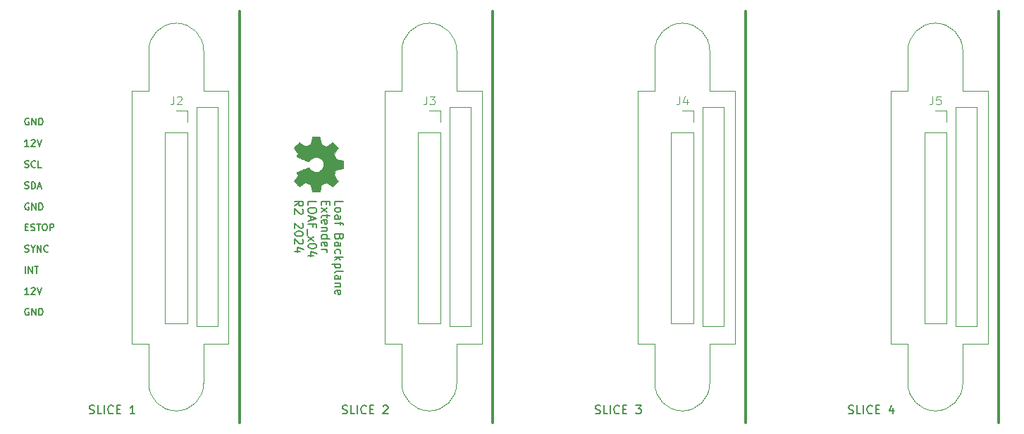
<source format=gbr>
%TF.GenerationSoftware,KiCad,Pcbnew,7.0.9*%
%TF.CreationDate,2024-02-10T01:58:27-05:00*%
%TF.ProjectId,BREAD_Loaf,42524541-445f-44c6-9f61-662e6b696361,rev?*%
%TF.SameCoordinates,PX2fdfdc0PY36746e0*%
%TF.FileFunction,Legend,Top*%
%TF.FilePolarity,Positive*%
%FSLAX46Y46*%
G04 Gerber Fmt 4.6, Leading zero omitted, Abs format (unit mm)*
G04 Created by KiCad (PCBNEW 7.0.9) date 2024-02-10 01:58:27*
%MOMM*%
%LPD*%
G01*
G04 APERTURE LIST*
%ADD10C,0.150000*%
%ADD11C,0.300000*%
%ADD12C,0.100000*%
%ADD13C,0.050000*%
%ADD14C,0.120000*%
%ADD15C,0.010000*%
G04 APERTURE END LIST*
D10*
X4890476Y-41512295D02*
X4433333Y-41512295D01*
X4661905Y-41512295D02*
X4661905Y-40712295D01*
X4661905Y-40712295D02*
X4585714Y-40826580D01*
X4585714Y-40826580D02*
X4509524Y-40902771D01*
X4509524Y-40902771D02*
X4433333Y-40940866D01*
X5195238Y-40788485D02*
X5233334Y-40750390D01*
X5233334Y-40750390D02*
X5309524Y-40712295D01*
X5309524Y-40712295D02*
X5500000Y-40712295D01*
X5500000Y-40712295D02*
X5576191Y-40750390D01*
X5576191Y-40750390D02*
X5614286Y-40788485D01*
X5614286Y-40788485D02*
X5652381Y-40864676D01*
X5652381Y-40864676D02*
X5652381Y-40940866D01*
X5652381Y-40940866D02*
X5614286Y-41055152D01*
X5614286Y-41055152D02*
X5157143Y-41512295D01*
X5157143Y-41512295D02*
X5652381Y-41512295D01*
X5880953Y-40712295D02*
X6147620Y-41512295D01*
X6147620Y-41512295D02*
X6414286Y-40712295D01*
X4433333Y-44024200D02*
X4547619Y-44062295D01*
X4547619Y-44062295D02*
X4738095Y-44062295D01*
X4738095Y-44062295D02*
X4814286Y-44024200D01*
X4814286Y-44024200D02*
X4852381Y-43986104D01*
X4852381Y-43986104D02*
X4890476Y-43909914D01*
X4890476Y-43909914D02*
X4890476Y-43833723D01*
X4890476Y-43833723D02*
X4852381Y-43757533D01*
X4852381Y-43757533D02*
X4814286Y-43719438D01*
X4814286Y-43719438D02*
X4738095Y-43681342D01*
X4738095Y-43681342D02*
X4585714Y-43643247D01*
X4585714Y-43643247D02*
X4509524Y-43605152D01*
X4509524Y-43605152D02*
X4471429Y-43567057D01*
X4471429Y-43567057D02*
X4433333Y-43490866D01*
X4433333Y-43490866D02*
X4433333Y-43414676D01*
X4433333Y-43414676D02*
X4471429Y-43338485D01*
X4471429Y-43338485D02*
X4509524Y-43300390D01*
X4509524Y-43300390D02*
X4585714Y-43262295D01*
X4585714Y-43262295D02*
X4776191Y-43262295D01*
X4776191Y-43262295D02*
X4890476Y-43300390D01*
X5690477Y-43986104D02*
X5652381Y-44024200D01*
X5652381Y-44024200D02*
X5538096Y-44062295D01*
X5538096Y-44062295D02*
X5461905Y-44062295D01*
X5461905Y-44062295D02*
X5347619Y-44024200D01*
X5347619Y-44024200D02*
X5271429Y-43948009D01*
X5271429Y-43948009D02*
X5233334Y-43871819D01*
X5233334Y-43871819D02*
X5195238Y-43719438D01*
X5195238Y-43719438D02*
X5195238Y-43605152D01*
X5195238Y-43605152D02*
X5233334Y-43452771D01*
X5233334Y-43452771D02*
X5271429Y-43376580D01*
X5271429Y-43376580D02*
X5347619Y-43300390D01*
X5347619Y-43300390D02*
X5461905Y-43262295D01*
X5461905Y-43262295D02*
X5538096Y-43262295D01*
X5538096Y-43262295D02*
X5652381Y-43300390D01*
X5652381Y-43300390D02*
X5690477Y-43338485D01*
X6414286Y-44062295D02*
X6033334Y-44062295D01*
X6033334Y-44062295D02*
X6033334Y-43262295D01*
X4471429Y-56762295D02*
X4471429Y-55962295D01*
X4852381Y-56762295D02*
X4852381Y-55962295D01*
X4852381Y-55962295D02*
X5309524Y-56762295D01*
X5309524Y-56762295D02*
X5309524Y-55962295D01*
X5576190Y-55962295D02*
X6033333Y-55962295D01*
X5804761Y-56762295D02*
X5804761Y-55962295D01*
X4471428Y-51243247D02*
X4738094Y-51243247D01*
X4852380Y-51662295D02*
X4471428Y-51662295D01*
X4471428Y-51662295D02*
X4471428Y-50862295D01*
X4471428Y-50862295D02*
X4852380Y-50862295D01*
X5157142Y-51624200D02*
X5271428Y-51662295D01*
X5271428Y-51662295D02*
X5461904Y-51662295D01*
X5461904Y-51662295D02*
X5538095Y-51624200D01*
X5538095Y-51624200D02*
X5576190Y-51586104D01*
X5576190Y-51586104D02*
X5614285Y-51509914D01*
X5614285Y-51509914D02*
X5614285Y-51433723D01*
X5614285Y-51433723D02*
X5576190Y-51357533D01*
X5576190Y-51357533D02*
X5538095Y-51319438D01*
X5538095Y-51319438D02*
X5461904Y-51281342D01*
X5461904Y-51281342D02*
X5309523Y-51243247D01*
X5309523Y-51243247D02*
X5233333Y-51205152D01*
X5233333Y-51205152D02*
X5195238Y-51167057D01*
X5195238Y-51167057D02*
X5157142Y-51090866D01*
X5157142Y-51090866D02*
X5157142Y-51014676D01*
X5157142Y-51014676D02*
X5195238Y-50938485D01*
X5195238Y-50938485D02*
X5233333Y-50900390D01*
X5233333Y-50900390D02*
X5309523Y-50862295D01*
X5309523Y-50862295D02*
X5500000Y-50862295D01*
X5500000Y-50862295D02*
X5614285Y-50900390D01*
X5842857Y-50862295D02*
X6300000Y-50862295D01*
X6071428Y-51662295D02*
X6071428Y-50862295D01*
X6719048Y-50862295D02*
X6871429Y-50862295D01*
X6871429Y-50862295D02*
X6947619Y-50900390D01*
X6947619Y-50900390D02*
X7023810Y-50976580D01*
X7023810Y-50976580D02*
X7061905Y-51128961D01*
X7061905Y-51128961D02*
X7061905Y-51395628D01*
X7061905Y-51395628D02*
X7023810Y-51548009D01*
X7023810Y-51548009D02*
X6947619Y-51624200D01*
X6947619Y-51624200D02*
X6871429Y-51662295D01*
X6871429Y-51662295D02*
X6719048Y-51662295D01*
X6719048Y-51662295D02*
X6642857Y-51624200D01*
X6642857Y-51624200D02*
X6566667Y-51548009D01*
X6566667Y-51548009D02*
X6528571Y-51395628D01*
X6528571Y-51395628D02*
X6528571Y-51128961D01*
X6528571Y-51128961D02*
X6566667Y-50976580D01*
X6566667Y-50976580D02*
X6642857Y-50900390D01*
X6642857Y-50900390D02*
X6719048Y-50862295D01*
X7404762Y-51662295D02*
X7404762Y-50862295D01*
X7404762Y-50862295D02*
X7709524Y-50862295D01*
X7709524Y-50862295D02*
X7785714Y-50900390D01*
X7785714Y-50900390D02*
X7823809Y-50938485D01*
X7823809Y-50938485D02*
X7861905Y-51014676D01*
X7861905Y-51014676D02*
X7861905Y-51128961D01*
X7861905Y-51128961D02*
X7823809Y-51205152D01*
X7823809Y-51205152D02*
X7785714Y-51243247D01*
X7785714Y-51243247D02*
X7709524Y-51281342D01*
X7709524Y-51281342D02*
X7404762Y-51281342D01*
X4433333Y-46574200D02*
X4547619Y-46612295D01*
X4547619Y-46612295D02*
X4738095Y-46612295D01*
X4738095Y-46612295D02*
X4814286Y-46574200D01*
X4814286Y-46574200D02*
X4852381Y-46536104D01*
X4852381Y-46536104D02*
X4890476Y-46459914D01*
X4890476Y-46459914D02*
X4890476Y-46383723D01*
X4890476Y-46383723D02*
X4852381Y-46307533D01*
X4852381Y-46307533D02*
X4814286Y-46269438D01*
X4814286Y-46269438D02*
X4738095Y-46231342D01*
X4738095Y-46231342D02*
X4585714Y-46193247D01*
X4585714Y-46193247D02*
X4509524Y-46155152D01*
X4509524Y-46155152D02*
X4471429Y-46117057D01*
X4471429Y-46117057D02*
X4433333Y-46040866D01*
X4433333Y-46040866D02*
X4433333Y-45964676D01*
X4433333Y-45964676D02*
X4471429Y-45888485D01*
X4471429Y-45888485D02*
X4509524Y-45850390D01*
X4509524Y-45850390D02*
X4585714Y-45812295D01*
X4585714Y-45812295D02*
X4776191Y-45812295D01*
X4776191Y-45812295D02*
X4890476Y-45850390D01*
X5233334Y-46612295D02*
X5233334Y-45812295D01*
X5233334Y-45812295D02*
X5423810Y-45812295D01*
X5423810Y-45812295D02*
X5538096Y-45850390D01*
X5538096Y-45850390D02*
X5614286Y-45926580D01*
X5614286Y-45926580D02*
X5652381Y-46002771D01*
X5652381Y-46002771D02*
X5690477Y-46155152D01*
X5690477Y-46155152D02*
X5690477Y-46269438D01*
X5690477Y-46269438D02*
X5652381Y-46421819D01*
X5652381Y-46421819D02*
X5614286Y-46498009D01*
X5614286Y-46498009D02*
X5538096Y-46574200D01*
X5538096Y-46574200D02*
X5423810Y-46612295D01*
X5423810Y-46612295D02*
X5233334Y-46612295D01*
X5995238Y-46383723D02*
X6376191Y-46383723D01*
X5919048Y-46612295D02*
X6185715Y-45812295D01*
X6185715Y-45812295D02*
X6452381Y-46612295D01*
X4433333Y-54174200D02*
X4547619Y-54212295D01*
X4547619Y-54212295D02*
X4738095Y-54212295D01*
X4738095Y-54212295D02*
X4814286Y-54174200D01*
X4814286Y-54174200D02*
X4852381Y-54136104D01*
X4852381Y-54136104D02*
X4890476Y-54059914D01*
X4890476Y-54059914D02*
X4890476Y-53983723D01*
X4890476Y-53983723D02*
X4852381Y-53907533D01*
X4852381Y-53907533D02*
X4814286Y-53869438D01*
X4814286Y-53869438D02*
X4738095Y-53831342D01*
X4738095Y-53831342D02*
X4585714Y-53793247D01*
X4585714Y-53793247D02*
X4509524Y-53755152D01*
X4509524Y-53755152D02*
X4471429Y-53717057D01*
X4471429Y-53717057D02*
X4433333Y-53640866D01*
X4433333Y-53640866D02*
X4433333Y-53564676D01*
X4433333Y-53564676D02*
X4471429Y-53488485D01*
X4471429Y-53488485D02*
X4509524Y-53450390D01*
X4509524Y-53450390D02*
X4585714Y-53412295D01*
X4585714Y-53412295D02*
X4776191Y-53412295D01*
X4776191Y-53412295D02*
X4890476Y-53450390D01*
X5385715Y-53831342D02*
X5385715Y-54212295D01*
X5119048Y-53412295D02*
X5385715Y-53831342D01*
X5385715Y-53831342D02*
X5652381Y-53412295D01*
X5919048Y-54212295D02*
X5919048Y-53412295D01*
X5919048Y-53412295D02*
X6376191Y-54212295D01*
X6376191Y-54212295D02*
X6376191Y-53412295D01*
X7214286Y-54136104D02*
X7176190Y-54174200D01*
X7176190Y-54174200D02*
X7061905Y-54212295D01*
X7061905Y-54212295D02*
X6985714Y-54212295D01*
X6985714Y-54212295D02*
X6871428Y-54174200D01*
X6871428Y-54174200D02*
X6795238Y-54098009D01*
X6795238Y-54098009D02*
X6757143Y-54021819D01*
X6757143Y-54021819D02*
X6719047Y-53869438D01*
X6719047Y-53869438D02*
X6719047Y-53755152D01*
X6719047Y-53755152D02*
X6757143Y-53602771D01*
X6757143Y-53602771D02*
X6795238Y-53526580D01*
X6795238Y-53526580D02*
X6871428Y-53450390D01*
X6871428Y-53450390D02*
X6985714Y-53412295D01*
X6985714Y-53412295D02*
X7061905Y-53412295D01*
X7061905Y-53412295D02*
X7176190Y-53450390D01*
X7176190Y-53450390D02*
X7214286Y-53488485D01*
X4890476Y-38200390D02*
X4814286Y-38162295D01*
X4814286Y-38162295D02*
X4700000Y-38162295D01*
X4700000Y-38162295D02*
X4585714Y-38200390D01*
X4585714Y-38200390D02*
X4509524Y-38276580D01*
X4509524Y-38276580D02*
X4471429Y-38352771D01*
X4471429Y-38352771D02*
X4433333Y-38505152D01*
X4433333Y-38505152D02*
X4433333Y-38619438D01*
X4433333Y-38619438D02*
X4471429Y-38771819D01*
X4471429Y-38771819D02*
X4509524Y-38848009D01*
X4509524Y-38848009D02*
X4585714Y-38924200D01*
X4585714Y-38924200D02*
X4700000Y-38962295D01*
X4700000Y-38962295D02*
X4776191Y-38962295D01*
X4776191Y-38962295D02*
X4890476Y-38924200D01*
X4890476Y-38924200D02*
X4928572Y-38886104D01*
X4928572Y-38886104D02*
X4928572Y-38619438D01*
X4928572Y-38619438D02*
X4776191Y-38619438D01*
X5271429Y-38962295D02*
X5271429Y-38162295D01*
X5271429Y-38162295D02*
X5728572Y-38962295D01*
X5728572Y-38962295D02*
X5728572Y-38162295D01*
X6109524Y-38962295D02*
X6109524Y-38162295D01*
X6109524Y-38162295D02*
X6300000Y-38162295D01*
X6300000Y-38162295D02*
X6414286Y-38200390D01*
X6414286Y-38200390D02*
X6490476Y-38276580D01*
X6490476Y-38276580D02*
X6528571Y-38352771D01*
X6528571Y-38352771D02*
X6566667Y-38505152D01*
X6566667Y-38505152D02*
X6566667Y-38619438D01*
X6566667Y-38619438D02*
X6528571Y-38771819D01*
X6528571Y-38771819D02*
X6490476Y-38848009D01*
X6490476Y-38848009D02*
X6414286Y-38924200D01*
X6414286Y-38924200D02*
X6300000Y-38962295D01*
X6300000Y-38962295D02*
X6109524Y-38962295D01*
X4890476Y-59312295D02*
X4433333Y-59312295D01*
X4661905Y-59312295D02*
X4661905Y-58512295D01*
X4661905Y-58512295D02*
X4585714Y-58626580D01*
X4585714Y-58626580D02*
X4509524Y-58702771D01*
X4509524Y-58702771D02*
X4433333Y-58740866D01*
X5195238Y-58588485D02*
X5233334Y-58550390D01*
X5233334Y-58550390D02*
X5309524Y-58512295D01*
X5309524Y-58512295D02*
X5500000Y-58512295D01*
X5500000Y-58512295D02*
X5576191Y-58550390D01*
X5576191Y-58550390D02*
X5614286Y-58588485D01*
X5614286Y-58588485D02*
X5652381Y-58664676D01*
X5652381Y-58664676D02*
X5652381Y-58740866D01*
X5652381Y-58740866D02*
X5614286Y-58855152D01*
X5614286Y-58855152D02*
X5157143Y-59312295D01*
X5157143Y-59312295D02*
X5652381Y-59312295D01*
X5880953Y-58512295D02*
X6147620Y-59312295D01*
X6147620Y-59312295D02*
X6414286Y-58512295D01*
X4890476Y-48400390D02*
X4814286Y-48362295D01*
X4814286Y-48362295D02*
X4700000Y-48362295D01*
X4700000Y-48362295D02*
X4585714Y-48400390D01*
X4585714Y-48400390D02*
X4509524Y-48476580D01*
X4509524Y-48476580D02*
X4471429Y-48552771D01*
X4471429Y-48552771D02*
X4433333Y-48705152D01*
X4433333Y-48705152D02*
X4433333Y-48819438D01*
X4433333Y-48819438D02*
X4471429Y-48971819D01*
X4471429Y-48971819D02*
X4509524Y-49048009D01*
X4509524Y-49048009D02*
X4585714Y-49124200D01*
X4585714Y-49124200D02*
X4700000Y-49162295D01*
X4700000Y-49162295D02*
X4776191Y-49162295D01*
X4776191Y-49162295D02*
X4890476Y-49124200D01*
X4890476Y-49124200D02*
X4928572Y-49086104D01*
X4928572Y-49086104D02*
X4928572Y-48819438D01*
X4928572Y-48819438D02*
X4776191Y-48819438D01*
X5271429Y-49162295D02*
X5271429Y-48362295D01*
X5271429Y-48362295D02*
X5728572Y-49162295D01*
X5728572Y-49162295D02*
X5728572Y-48362295D01*
X6109524Y-49162295D02*
X6109524Y-48362295D01*
X6109524Y-48362295D02*
X6300000Y-48362295D01*
X6300000Y-48362295D02*
X6414286Y-48400390D01*
X6414286Y-48400390D02*
X6490476Y-48476580D01*
X6490476Y-48476580D02*
X6528571Y-48552771D01*
X6528571Y-48552771D02*
X6566667Y-48705152D01*
X6566667Y-48705152D02*
X6566667Y-48819438D01*
X6566667Y-48819438D02*
X6528571Y-48971819D01*
X6528571Y-48971819D02*
X6490476Y-49048009D01*
X6490476Y-49048009D02*
X6414286Y-49124200D01*
X6414286Y-49124200D02*
X6300000Y-49162295D01*
X6300000Y-49162295D02*
X6109524Y-49162295D01*
X4890476Y-61050390D02*
X4814286Y-61012295D01*
X4814286Y-61012295D02*
X4700000Y-61012295D01*
X4700000Y-61012295D02*
X4585714Y-61050390D01*
X4585714Y-61050390D02*
X4509524Y-61126580D01*
X4509524Y-61126580D02*
X4471429Y-61202771D01*
X4471429Y-61202771D02*
X4433333Y-61355152D01*
X4433333Y-61355152D02*
X4433333Y-61469438D01*
X4433333Y-61469438D02*
X4471429Y-61621819D01*
X4471429Y-61621819D02*
X4509524Y-61698009D01*
X4509524Y-61698009D02*
X4585714Y-61774200D01*
X4585714Y-61774200D02*
X4700000Y-61812295D01*
X4700000Y-61812295D02*
X4776191Y-61812295D01*
X4776191Y-61812295D02*
X4890476Y-61774200D01*
X4890476Y-61774200D02*
X4928572Y-61736104D01*
X4928572Y-61736104D02*
X4928572Y-61469438D01*
X4928572Y-61469438D02*
X4776191Y-61469438D01*
X5271429Y-61812295D02*
X5271429Y-61012295D01*
X5271429Y-61012295D02*
X5728572Y-61812295D01*
X5728572Y-61812295D02*
X5728572Y-61012295D01*
X6109524Y-61812295D02*
X6109524Y-61012295D01*
X6109524Y-61012295D02*
X6300000Y-61012295D01*
X6300000Y-61012295D02*
X6414286Y-61050390D01*
X6414286Y-61050390D02*
X6490476Y-61126580D01*
X6490476Y-61126580D02*
X6528571Y-61202771D01*
X6528571Y-61202771D02*
X6566667Y-61355152D01*
X6566667Y-61355152D02*
X6566667Y-61469438D01*
X6566667Y-61469438D02*
X6528571Y-61621819D01*
X6528571Y-61621819D02*
X6490476Y-61698009D01*
X6490476Y-61698009D02*
X6414286Y-61774200D01*
X6414286Y-61774200D02*
X6300000Y-61812295D01*
X6300000Y-61812295D02*
X6109524Y-61812295D01*
D11*
X121400000Y-25300000D02*
X121400000Y-74700000D01*
X30200000Y-25300000D02*
X30200000Y-74700000D01*
X91000000Y-25300000D02*
X91000000Y-74700000D01*
X60600000Y-25300000D02*
X60600000Y-74700000D01*
D10*
X12161905Y-73607200D02*
X12304762Y-73654819D01*
X12304762Y-73654819D02*
X12542857Y-73654819D01*
X12542857Y-73654819D02*
X12638095Y-73607200D01*
X12638095Y-73607200D02*
X12685714Y-73559580D01*
X12685714Y-73559580D02*
X12733333Y-73464342D01*
X12733333Y-73464342D02*
X12733333Y-73369104D01*
X12733333Y-73369104D02*
X12685714Y-73273866D01*
X12685714Y-73273866D02*
X12638095Y-73226247D01*
X12638095Y-73226247D02*
X12542857Y-73178628D01*
X12542857Y-73178628D02*
X12352381Y-73131009D01*
X12352381Y-73131009D02*
X12257143Y-73083390D01*
X12257143Y-73083390D02*
X12209524Y-73035771D01*
X12209524Y-73035771D02*
X12161905Y-72940533D01*
X12161905Y-72940533D02*
X12161905Y-72845295D01*
X12161905Y-72845295D02*
X12209524Y-72750057D01*
X12209524Y-72750057D02*
X12257143Y-72702438D01*
X12257143Y-72702438D02*
X12352381Y-72654819D01*
X12352381Y-72654819D02*
X12590476Y-72654819D01*
X12590476Y-72654819D02*
X12733333Y-72702438D01*
X13638095Y-73654819D02*
X13161905Y-73654819D01*
X13161905Y-73654819D02*
X13161905Y-72654819D01*
X13971429Y-73654819D02*
X13971429Y-72654819D01*
X15019047Y-73559580D02*
X14971428Y-73607200D01*
X14971428Y-73607200D02*
X14828571Y-73654819D01*
X14828571Y-73654819D02*
X14733333Y-73654819D01*
X14733333Y-73654819D02*
X14590476Y-73607200D01*
X14590476Y-73607200D02*
X14495238Y-73511961D01*
X14495238Y-73511961D02*
X14447619Y-73416723D01*
X14447619Y-73416723D02*
X14400000Y-73226247D01*
X14400000Y-73226247D02*
X14400000Y-73083390D01*
X14400000Y-73083390D02*
X14447619Y-72892914D01*
X14447619Y-72892914D02*
X14495238Y-72797676D01*
X14495238Y-72797676D02*
X14590476Y-72702438D01*
X14590476Y-72702438D02*
X14733333Y-72654819D01*
X14733333Y-72654819D02*
X14828571Y-72654819D01*
X14828571Y-72654819D02*
X14971428Y-72702438D01*
X14971428Y-72702438D02*
X15019047Y-72750057D01*
X15447619Y-73131009D02*
X15780952Y-73131009D01*
X15923809Y-73654819D02*
X15447619Y-73654819D01*
X15447619Y-73654819D02*
X15447619Y-72654819D01*
X15447619Y-72654819D02*
X15923809Y-72654819D01*
X17638095Y-73654819D02*
X17066667Y-73654819D01*
X17352381Y-73654819D02*
X17352381Y-72654819D01*
X17352381Y-72654819D02*
X17257143Y-72797676D01*
X17257143Y-72797676D02*
X17161905Y-72892914D01*
X17161905Y-72892914D02*
X17066667Y-72940533D01*
X42561905Y-73607200D02*
X42704762Y-73654819D01*
X42704762Y-73654819D02*
X42942857Y-73654819D01*
X42942857Y-73654819D02*
X43038095Y-73607200D01*
X43038095Y-73607200D02*
X43085714Y-73559580D01*
X43085714Y-73559580D02*
X43133333Y-73464342D01*
X43133333Y-73464342D02*
X43133333Y-73369104D01*
X43133333Y-73369104D02*
X43085714Y-73273866D01*
X43085714Y-73273866D02*
X43038095Y-73226247D01*
X43038095Y-73226247D02*
X42942857Y-73178628D01*
X42942857Y-73178628D02*
X42752381Y-73131009D01*
X42752381Y-73131009D02*
X42657143Y-73083390D01*
X42657143Y-73083390D02*
X42609524Y-73035771D01*
X42609524Y-73035771D02*
X42561905Y-72940533D01*
X42561905Y-72940533D02*
X42561905Y-72845295D01*
X42561905Y-72845295D02*
X42609524Y-72750057D01*
X42609524Y-72750057D02*
X42657143Y-72702438D01*
X42657143Y-72702438D02*
X42752381Y-72654819D01*
X42752381Y-72654819D02*
X42990476Y-72654819D01*
X42990476Y-72654819D02*
X43133333Y-72702438D01*
X44038095Y-73654819D02*
X43561905Y-73654819D01*
X43561905Y-73654819D02*
X43561905Y-72654819D01*
X44371429Y-73654819D02*
X44371429Y-72654819D01*
X45419047Y-73559580D02*
X45371428Y-73607200D01*
X45371428Y-73607200D02*
X45228571Y-73654819D01*
X45228571Y-73654819D02*
X45133333Y-73654819D01*
X45133333Y-73654819D02*
X44990476Y-73607200D01*
X44990476Y-73607200D02*
X44895238Y-73511961D01*
X44895238Y-73511961D02*
X44847619Y-73416723D01*
X44847619Y-73416723D02*
X44800000Y-73226247D01*
X44800000Y-73226247D02*
X44800000Y-73083390D01*
X44800000Y-73083390D02*
X44847619Y-72892914D01*
X44847619Y-72892914D02*
X44895238Y-72797676D01*
X44895238Y-72797676D02*
X44990476Y-72702438D01*
X44990476Y-72702438D02*
X45133333Y-72654819D01*
X45133333Y-72654819D02*
X45228571Y-72654819D01*
X45228571Y-72654819D02*
X45371428Y-72702438D01*
X45371428Y-72702438D02*
X45419047Y-72750057D01*
X45847619Y-73131009D02*
X46180952Y-73131009D01*
X46323809Y-73654819D02*
X45847619Y-73654819D01*
X45847619Y-73654819D02*
X45847619Y-72654819D01*
X45847619Y-72654819D02*
X46323809Y-72654819D01*
X47466667Y-72750057D02*
X47514286Y-72702438D01*
X47514286Y-72702438D02*
X47609524Y-72654819D01*
X47609524Y-72654819D02*
X47847619Y-72654819D01*
X47847619Y-72654819D02*
X47942857Y-72702438D01*
X47942857Y-72702438D02*
X47990476Y-72750057D01*
X47990476Y-72750057D02*
X48038095Y-72845295D01*
X48038095Y-72845295D02*
X48038095Y-72940533D01*
X48038095Y-72940533D02*
X47990476Y-73083390D01*
X47990476Y-73083390D02*
X47419048Y-73654819D01*
X47419048Y-73654819D02*
X48038095Y-73654819D01*
X103361905Y-73607200D02*
X103504762Y-73654819D01*
X103504762Y-73654819D02*
X103742857Y-73654819D01*
X103742857Y-73654819D02*
X103838095Y-73607200D01*
X103838095Y-73607200D02*
X103885714Y-73559580D01*
X103885714Y-73559580D02*
X103933333Y-73464342D01*
X103933333Y-73464342D02*
X103933333Y-73369104D01*
X103933333Y-73369104D02*
X103885714Y-73273866D01*
X103885714Y-73273866D02*
X103838095Y-73226247D01*
X103838095Y-73226247D02*
X103742857Y-73178628D01*
X103742857Y-73178628D02*
X103552381Y-73131009D01*
X103552381Y-73131009D02*
X103457143Y-73083390D01*
X103457143Y-73083390D02*
X103409524Y-73035771D01*
X103409524Y-73035771D02*
X103361905Y-72940533D01*
X103361905Y-72940533D02*
X103361905Y-72845295D01*
X103361905Y-72845295D02*
X103409524Y-72750057D01*
X103409524Y-72750057D02*
X103457143Y-72702438D01*
X103457143Y-72702438D02*
X103552381Y-72654819D01*
X103552381Y-72654819D02*
X103790476Y-72654819D01*
X103790476Y-72654819D02*
X103933333Y-72702438D01*
X104838095Y-73654819D02*
X104361905Y-73654819D01*
X104361905Y-73654819D02*
X104361905Y-72654819D01*
X105171429Y-73654819D02*
X105171429Y-72654819D01*
X106219047Y-73559580D02*
X106171428Y-73607200D01*
X106171428Y-73607200D02*
X106028571Y-73654819D01*
X106028571Y-73654819D02*
X105933333Y-73654819D01*
X105933333Y-73654819D02*
X105790476Y-73607200D01*
X105790476Y-73607200D02*
X105695238Y-73511961D01*
X105695238Y-73511961D02*
X105647619Y-73416723D01*
X105647619Y-73416723D02*
X105600000Y-73226247D01*
X105600000Y-73226247D02*
X105600000Y-73083390D01*
X105600000Y-73083390D02*
X105647619Y-72892914D01*
X105647619Y-72892914D02*
X105695238Y-72797676D01*
X105695238Y-72797676D02*
X105790476Y-72702438D01*
X105790476Y-72702438D02*
X105933333Y-72654819D01*
X105933333Y-72654819D02*
X106028571Y-72654819D01*
X106028571Y-72654819D02*
X106171428Y-72702438D01*
X106171428Y-72702438D02*
X106219047Y-72750057D01*
X106647619Y-73131009D02*
X106980952Y-73131009D01*
X107123809Y-73654819D02*
X106647619Y-73654819D01*
X106647619Y-73654819D02*
X106647619Y-72654819D01*
X106647619Y-72654819D02*
X107123809Y-72654819D01*
X108742857Y-72988152D02*
X108742857Y-73654819D01*
X108504762Y-72607200D02*
X108266667Y-73321485D01*
X108266667Y-73321485D02*
X108885714Y-73321485D01*
X72961905Y-73607200D02*
X73104762Y-73654819D01*
X73104762Y-73654819D02*
X73342857Y-73654819D01*
X73342857Y-73654819D02*
X73438095Y-73607200D01*
X73438095Y-73607200D02*
X73485714Y-73559580D01*
X73485714Y-73559580D02*
X73533333Y-73464342D01*
X73533333Y-73464342D02*
X73533333Y-73369104D01*
X73533333Y-73369104D02*
X73485714Y-73273866D01*
X73485714Y-73273866D02*
X73438095Y-73226247D01*
X73438095Y-73226247D02*
X73342857Y-73178628D01*
X73342857Y-73178628D02*
X73152381Y-73131009D01*
X73152381Y-73131009D02*
X73057143Y-73083390D01*
X73057143Y-73083390D02*
X73009524Y-73035771D01*
X73009524Y-73035771D02*
X72961905Y-72940533D01*
X72961905Y-72940533D02*
X72961905Y-72845295D01*
X72961905Y-72845295D02*
X73009524Y-72750057D01*
X73009524Y-72750057D02*
X73057143Y-72702438D01*
X73057143Y-72702438D02*
X73152381Y-72654819D01*
X73152381Y-72654819D02*
X73390476Y-72654819D01*
X73390476Y-72654819D02*
X73533333Y-72702438D01*
X74438095Y-73654819D02*
X73961905Y-73654819D01*
X73961905Y-73654819D02*
X73961905Y-72654819D01*
X74771429Y-73654819D02*
X74771429Y-72654819D01*
X75819047Y-73559580D02*
X75771428Y-73607200D01*
X75771428Y-73607200D02*
X75628571Y-73654819D01*
X75628571Y-73654819D02*
X75533333Y-73654819D01*
X75533333Y-73654819D02*
X75390476Y-73607200D01*
X75390476Y-73607200D02*
X75295238Y-73511961D01*
X75295238Y-73511961D02*
X75247619Y-73416723D01*
X75247619Y-73416723D02*
X75200000Y-73226247D01*
X75200000Y-73226247D02*
X75200000Y-73083390D01*
X75200000Y-73083390D02*
X75247619Y-72892914D01*
X75247619Y-72892914D02*
X75295238Y-72797676D01*
X75295238Y-72797676D02*
X75390476Y-72702438D01*
X75390476Y-72702438D02*
X75533333Y-72654819D01*
X75533333Y-72654819D02*
X75628571Y-72654819D01*
X75628571Y-72654819D02*
X75771428Y-72702438D01*
X75771428Y-72702438D02*
X75819047Y-72750057D01*
X76247619Y-73131009D02*
X76580952Y-73131009D01*
X76723809Y-73654819D02*
X76247619Y-73654819D01*
X76247619Y-73654819D02*
X76247619Y-72654819D01*
X76247619Y-72654819D02*
X76723809Y-72654819D01*
X77819048Y-72654819D02*
X78438095Y-72654819D01*
X78438095Y-72654819D02*
X78104762Y-73035771D01*
X78104762Y-73035771D02*
X78247619Y-73035771D01*
X78247619Y-73035771D02*
X78342857Y-73083390D01*
X78342857Y-73083390D02*
X78390476Y-73131009D01*
X78390476Y-73131009D02*
X78438095Y-73226247D01*
X78438095Y-73226247D02*
X78438095Y-73464342D01*
X78438095Y-73464342D02*
X78390476Y-73559580D01*
X78390476Y-73559580D02*
X78342857Y-73607200D01*
X78342857Y-73607200D02*
X78247619Y-73654819D01*
X78247619Y-73654819D02*
X77961905Y-73654819D01*
X77961905Y-73654819D02*
X77866667Y-73607200D01*
X77866667Y-73607200D02*
X77819048Y-73559580D01*
X41674085Y-48601962D02*
X41674085Y-48125772D01*
X41674085Y-48125772D02*
X42674085Y-48125772D01*
X41674085Y-49078153D02*
X41721705Y-48982915D01*
X41721705Y-48982915D02*
X41769324Y-48935296D01*
X41769324Y-48935296D02*
X41864562Y-48887677D01*
X41864562Y-48887677D02*
X42150276Y-48887677D01*
X42150276Y-48887677D02*
X42245514Y-48935296D01*
X42245514Y-48935296D02*
X42293133Y-48982915D01*
X42293133Y-48982915D02*
X42340752Y-49078153D01*
X42340752Y-49078153D02*
X42340752Y-49221010D01*
X42340752Y-49221010D02*
X42293133Y-49316248D01*
X42293133Y-49316248D02*
X42245514Y-49363867D01*
X42245514Y-49363867D02*
X42150276Y-49411486D01*
X42150276Y-49411486D02*
X41864562Y-49411486D01*
X41864562Y-49411486D02*
X41769324Y-49363867D01*
X41769324Y-49363867D02*
X41721705Y-49316248D01*
X41721705Y-49316248D02*
X41674085Y-49221010D01*
X41674085Y-49221010D02*
X41674085Y-49078153D01*
X41674085Y-50268629D02*
X42197895Y-50268629D01*
X42197895Y-50268629D02*
X42293133Y-50221010D01*
X42293133Y-50221010D02*
X42340752Y-50125772D01*
X42340752Y-50125772D02*
X42340752Y-49935296D01*
X42340752Y-49935296D02*
X42293133Y-49840058D01*
X41721705Y-50268629D02*
X41674085Y-50173391D01*
X41674085Y-50173391D02*
X41674085Y-49935296D01*
X41674085Y-49935296D02*
X41721705Y-49840058D01*
X41721705Y-49840058D02*
X41816943Y-49792439D01*
X41816943Y-49792439D02*
X41912181Y-49792439D01*
X41912181Y-49792439D02*
X42007419Y-49840058D01*
X42007419Y-49840058D02*
X42055038Y-49935296D01*
X42055038Y-49935296D02*
X42055038Y-50173391D01*
X42055038Y-50173391D02*
X42102657Y-50268629D01*
X42340752Y-50601963D02*
X42340752Y-50982915D01*
X41674085Y-50744820D02*
X42531228Y-50744820D01*
X42531228Y-50744820D02*
X42626466Y-50792439D01*
X42626466Y-50792439D02*
X42674085Y-50887677D01*
X42674085Y-50887677D02*
X42674085Y-50982915D01*
X42197895Y-52411487D02*
X42150276Y-52554344D01*
X42150276Y-52554344D02*
X42102657Y-52601963D01*
X42102657Y-52601963D02*
X42007419Y-52649582D01*
X42007419Y-52649582D02*
X41864562Y-52649582D01*
X41864562Y-52649582D02*
X41769324Y-52601963D01*
X41769324Y-52601963D02*
X41721705Y-52554344D01*
X41721705Y-52554344D02*
X41674085Y-52459106D01*
X41674085Y-52459106D02*
X41674085Y-52078154D01*
X41674085Y-52078154D02*
X42674085Y-52078154D01*
X42674085Y-52078154D02*
X42674085Y-52411487D01*
X42674085Y-52411487D02*
X42626466Y-52506725D01*
X42626466Y-52506725D02*
X42578847Y-52554344D01*
X42578847Y-52554344D02*
X42483609Y-52601963D01*
X42483609Y-52601963D02*
X42388371Y-52601963D01*
X42388371Y-52601963D02*
X42293133Y-52554344D01*
X42293133Y-52554344D02*
X42245514Y-52506725D01*
X42245514Y-52506725D02*
X42197895Y-52411487D01*
X42197895Y-52411487D02*
X42197895Y-52078154D01*
X41674085Y-53506725D02*
X42197895Y-53506725D01*
X42197895Y-53506725D02*
X42293133Y-53459106D01*
X42293133Y-53459106D02*
X42340752Y-53363868D01*
X42340752Y-53363868D02*
X42340752Y-53173392D01*
X42340752Y-53173392D02*
X42293133Y-53078154D01*
X41721705Y-53506725D02*
X41674085Y-53411487D01*
X41674085Y-53411487D02*
X41674085Y-53173392D01*
X41674085Y-53173392D02*
X41721705Y-53078154D01*
X41721705Y-53078154D02*
X41816943Y-53030535D01*
X41816943Y-53030535D02*
X41912181Y-53030535D01*
X41912181Y-53030535D02*
X42007419Y-53078154D01*
X42007419Y-53078154D02*
X42055038Y-53173392D01*
X42055038Y-53173392D02*
X42055038Y-53411487D01*
X42055038Y-53411487D02*
X42102657Y-53506725D01*
X41721705Y-54411487D02*
X41674085Y-54316249D01*
X41674085Y-54316249D02*
X41674085Y-54125773D01*
X41674085Y-54125773D02*
X41721705Y-54030535D01*
X41721705Y-54030535D02*
X41769324Y-53982916D01*
X41769324Y-53982916D02*
X41864562Y-53935297D01*
X41864562Y-53935297D02*
X42150276Y-53935297D01*
X42150276Y-53935297D02*
X42245514Y-53982916D01*
X42245514Y-53982916D02*
X42293133Y-54030535D01*
X42293133Y-54030535D02*
X42340752Y-54125773D01*
X42340752Y-54125773D02*
X42340752Y-54316249D01*
X42340752Y-54316249D02*
X42293133Y-54411487D01*
X41674085Y-54840059D02*
X42674085Y-54840059D01*
X42055038Y-54935297D02*
X41674085Y-55221011D01*
X42340752Y-55221011D02*
X41959800Y-54840059D01*
X42340752Y-55649583D02*
X41340752Y-55649583D01*
X42293133Y-55649583D02*
X42340752Y-55744821D01*
X42340752Y-55744821D02*
X42340752Y-55935297D01*
X42340752Y-55935297D02*
X42293133Y-56030535D01*
X42293133Y-56030535D02*
X42245514Y-56078154D01*
X42245514Y-56078154D02*
X42150276Y-56125773D01*
X42150276Y-56125773D02*
X41864562Y-56125773D01*
X41864562Y-56125773D02*
X41769324Y-56078154D01*
X41769324Y-56078154D02*
X41721705Y-56030535D01*
X41721705Y-56030535D02*
X41674085Y-55935297D01*
X41674085Y-55935297D02*
X41674085Y-55744821D01*
X41674085Y-55744821D02*
X41721705Y-55649583D01*
X41674085Y-56697202D02*
X41721705Y-56601964D01*
X41721705Y-56601964D02*
X41816943Y-56554345D01*
X41816943Y-56554345D02*
X42674085Y-56554345D01*
X41674085Y-57506726D02*
X42197895Y-57506726D01*
X42197895Y-57506726D02*
X42293133Y-57459107D01*
X42293133Y-57459107D02*
X42340752Y-57363869D01*
X42340752Y-57363869D02*
X42340752Y-57173393D01*
X42340752Y-57173393D02*
X42293133Y-57078155D01*
X41721705Y-57506726D02*
X41674085Y-57411488D01*
X41674085Y-57411488D02*
X41674085Y-57173393D01*
X41674085Y-57173393D02*
X41721705Y-57078155D01*
X41721705Y-57078155D02*
X41816943Y-57030536D01*
X41816943Y-57030536D02*
X41912181Y-57030536D01*
X41912181Y-57030536D02*
X42007419Y-57078155D01*
X42007419Y-57078155D02*
X42055038Y-57173393D01*
X42055038Y-57173393D02*
X42055038Y-57411488D01*
X42055038Y-57411488D02*
X42102657Y-57506726D01*
X42340752Y-57982917D02*
X41674085Y-57982917D01*
X42245514Y-57982917D02*
X42293133Y-58030536D01*
X42293133Y-58030536D02*
X42340752Y-58125774D01*
X42340752Y-58125774D02*
X42340752Y-58268631D01*
X42340752Y-58268631D02*
X42293133Y-58363869D01*
X42293133Y-58363869D02*
X42197895Y-58411488D01*
X42197895Y-58411488D02*
X41674085Y-58411488D01*
X41721705Y-59268631D02*
X41674085Y-59173393D01*
X41674085Y-59173393D02*
X41674085Y-58982917D01*
X41674085Y-58982917D02*
X41721705Y-58887679D01*
X41721705Y-58887679D02*
X41816943Y-58840060D01*
X41816943Y-58840060D02*
X42197895Y-58840060D01*
X42197895Y-58840060D02*
X42293133Y-58887679D01*
X42293133Y-58887679D02*
X42340752Y-58982917D01*
X42340752Y-58982917D02*
X42340752Y-59173393D01*
X42340752Y-59173393D02*
X42293133Y-59268631D01*
X42293133Y-59268631D02*
X42197895Y-59316250D01*
X42197895Y-59316250D02*
X42102657Y-59316250D01*
X42102657Y-59316250D02*
X42007419Y-58840060D01*
X40587895Y-48125772D02*
X40587895Y-48459105D01*
X40064085Y-48601962D02*
X40064085Y-48125772D01*
X40064085Y-48125772D02*
X41064085Y-48125772D01*
X41064085Y-48125772D02*
X41064085Y-48601962D01*
X40064085Y-48935296D02*
X40730752Y-49459105D01*
X40730752Y-48935296D02*
X40064085Y-49459105D01*
X40730752Y-49697201D02*
X40730752Y-50078153D01*
X41064085Y-49840058D02*
X40206943Y-49840058D01*
X40206943Y-49840058D02*
X40111705Y-49887677D01*
X40111705Y-49887677D02*
X40064085Y-49982915D01*
X40064085Y-49982915D02*
X40064085Y-50078153D01*
X40111705Y-50792439D02*
X40064085Y-50697201D01*
X40064085Y-50697201D02*
X40064085Y-50506725D01*
X40064085Y-50506725D02*
X40111705Y-50411487D01*
X40111705Y-50411487D02*
X40206943Y-50363868D01*
X40206943Y-50363868D02*
X40587895Y-50363868D01*
X40587895Y-50363868D02*
X40683133Y-50411487D01*
X40683133Y-50411487D02*
X40730752Y-50506725D01*
X40730752Y-50506725D02*
X40730752Y-50697201D01*
X40730752Y-50697201D02*
X40683133Y-50792439D01*
X40683133Y-50792439D02*
X40587895Y-50840058D01*
X40587895Y-50840058D02*
X40492657Y-50840058D01*
X40492657Y-50840058D02*
X40397419Y-50363868D01*
X40730752Y-51268630D02*
X40064085Y-51268630D01*
X40635514Y-51268630D02*
X40683133Y-51316249D01*
X40683133Y-51316249D02*
X40730752Y-51411487D01*
X40730752Y-51411487D02*
X40730752Y-51554344D01*
X40730752Y-51554344D02*
X40683133Y-51649582D01*
X40683133Y-51649582D02*
X40587895Y-51697201D01*
X40587895Y-51697201D02*
X40064085Y-51697201D01*
X40064085Y-52601963D02*
X41064085Y-52601963D01*
X40111705Y-52601963D02*
X40064085Y-52506725D01*
X40064085Y-52506725D02*
X40064085Y-52316249D01*
X40064085Y-52316249D02*
X40111705Y-52221011D01*
X40111705Y-52221011D02*
X40159324Y-52173392D01*
X40159324Y-52173392D02*
X40254562Y-52125773D01*
X40254562Y-52125773D02*
X40540276Y-52125773D01*
X40540276Y-52125773D02*
X40635514Y-52173392D01*
X40635514Y-52173392D02*
X40683133Y-52221011D01*
X40683133Y-52221011D02*
X40730752Y-52316249D01*
X40730752Y-52316249D02*
X40730752Y-52506725D01*
X40730752Y-52506725D02*
X40683133Y-52601963D01*
X40111705Y-53459106D02*
X40064085Y-53363868D01*
X40064085Y-53363868D02*
X40064085Y-53173392D01*
X40064085Y-53173392D02*
X40111705Y-53078154D01*
X40111705Y-53078154D02*
X40206943Y-53030535D01*
X40206943Y-53030535D02*
X40587895Y-53030535D01*
X40587895Y-53030535D02*
X40683133Y-53078154D01*
X40683133Y-53078154D02*
X40730752Y-53173392D01*
X40730752Y-53173392D02*
X40730752Y-53363868D01*
X40730752Y-53363868D02*
X40683133Y-53459106D01*
X40683133Y-53459106D02*
X40587895Y-53506725D01*
X40587895Y-53506725D02*
X40492657Y-53506725D01*
X40492657Y-53506725D02*
X40397419Y-53030535D01*
X40064085Y-53935297D02*
X40730752Y-53935297D01*
X40540276Y-53935297D02*
X40635514Y-53982916D01*
X40635514Y-53982916D02*
X40683133Y-54030535D01*
X40683133Y-54030535D02*
X40730752Y-54125773D01*
X40730752Y-54125773D02*
X40730752Y-54221011D01*
X38454085Y-48601962D02*
X38454085Y-48125772D01*
X38454085Y-48125772D02*
X39454085Y-48125772D01*
X39454085Y-49125772D02*
X39454085Y-49316248D01*
X39454085Y-49316248D02*
X39406466Y-49411486D01*
X39406466Y-49411486D02*
X39311228Y-49506724D01*
X39311228Y-49506724D02*
X39120752Y-49554343D01*
X39120752Y-49554343D02*
X38787419Y-49554343D01*
X38787419Y-49554343D02*
X38596943Y-49506724D01*
X38596943Y-49506724D02*
X38501705Y-49411486D01*
X38501705Y-49411486D02*
X38454085Y-49316248D01*
X38454085Y-49316248D02*
X38454085Y-49125772D01*
X38454085Y-49125772D02*
X38501705Y-49030534D01*
X38501705Y-49030534D02*
X38596943Y-48935296D01*
X38596943Y-48935296D02*
X38787419Y-48887677D01*
X38787419Y-48887677D02*
X39120752Y-48887677D01*
X39120752Y-48887677D02*
X39311228Y-48935296D01*
X39311228Y-48935296D02*
X39406466Y-49030534D01*
X39406466Y-49030534D02*
X39454085Y-49125772D01*
X38739800Y-49935296D02*
X38739800Y-50411486D01*
X38454085Y-49840058D02*
X39454085Y-50173391D01*
X39454085Y-50173391D02*
X38454085Y-50506724D01*
X38977895Y-51173391D02*
X38977895Y-50840058D01*
X38454085Y-50840058D02*
X39454085Y-50840058D01*
X39454085Y-50840058D02*
X39454085Y-51316248D01*
X38358847Y-51459106D02*
X38358847Y-52221010D01*
X38454085Y-52363868D02*
X39120752Y-52887677D01*
X39120752Y-52363868D02*
X38454085Y-52887677D01*
X39454085Y-53459106D02*
X39454085Y-53554344D01*
X39454085Y-53554344D02*
X39406466Y-53649582D01*
X39406466Y-53649582D02*
X39358847Y-53697201D01*
X39358847Y-53697201D02*
X39263609Y-53744820D01*
X39263609Y-53744820D02*
X39073133Y-53792439D01*
X39073133Y-53792439D02*
X38835038Y-53792439D01*
X38835038Y-53792439D02*
X38644562Y-53744820D01*
X38644562Y-53744820D02*
X38549324Y-53697201D01*
X38549324Y-53697201D02*
X38501705Y-53649582D01*
X38501705Y-53649582D02*
X38454085Y-53554344D01*
X38454085Y-53554344D02*
X38454085Y-53459106D01*
X38454085Y-53459106D02*
X38501705Y-53363868D01*
X38501705Y-53363868D02*
X38549324Y-53316249D01*
X38549324Y-53316249D02*
X38644562Y-53268630D01*
X38644562Y-53268630D02*
X38835038Y-53221011D01*
X38835038Y-53221011D02*
X39073133Y-53221011D01*
X39073133Y-53221011D02*
X39263609Y-53268630D01*
X39263609Y-53268630D02*
X39358847Y-53316249D01*
X39358847Y-53316249D02*
X39406466Y-53363868D01*
X39406466Y-53363868D02*
X39454085Y-53459106D01*
X39120752Y-54649582D02*
X38454085Y-54649582D01*
X39501705Y-54411487D02*
X38787419Y-54173392D01*
X38787419Y-54173392D02*
X38787419Y-54792439D01*
X36844085Y-48697200D02*
X37320276Y-48363867D01*
X36844085Y-48125772D02*
X37844085Y-48125772D01*
X37844085Y-48125772D02*
X37844085Y-48506724D01*
X37844085Y-48506724D02*
X37796466Y-48601962D01*
X37796466Y-48601962D02*
X37748847Y-48649581D01*
X37748847Y-48649581D02*
X37653609Y-48697200D01*
X37653609Y-48697200D02*
X37510752Y-48697200D01*
X37510752Y-48697200D02*
X37415514Y-48649581D01*
X37415514Y-48649581D02*
X37367895Y-48601962D01*
X37367895Y-48601962D02*
X37320276Y-48506724D01*
X37320276Y-48506724D02*
X37320276Y-48125772D01*
X37748847Y-49078153D02*
X37796466Y-49125772D01*
X37796466Y-49125772D02*
X37844085Y-49221010D01*
X37844085Y-49221010D02*
X37844085Y-49459105D01*
X37844085Y-49459105D02*
X37796466Y-49554343D01*
X37796466Y-49554343D02*
X37748847Y-49601962D01*
X37748847Y-49601962D02*
X37653609Y-49649581D01*
X37653609Y-49649581D02*
X37558371Y-49649581D01*
X37558371Y-49649581D02*
X37415514Y-49601962D01*
X37415514Y-49601962D02*
X36844085Y-49030534D01*
X36844085Y-49030534D02*
X36844085Y-49649581D01*
X37748847Y-50792439D02*
X37796466Y-50840058D01*
X37796466Y-50840058D02*
X37844085Y-50935296D01*
X37844085Y-50935296D02*
X37844085Y-51173391D01*
X37844085Y-51173391D02*
X37796466Y-51268629D01*
X37796466Y-51268629D02*
X37748847Y-51316248D01*
X37748847Y-51316248D02*
X37653609Y-51363867D01*
X37653609Y-51363867D02*
X37558371Y-51363867D01*
X37558371Y-51363867D02*
X37415514Y-51316248D01*
X37415514Y-51316248D02*
X36844085Y-50744820D01*
X36844085Y-50744820D02*
X36844085Y-51363867D01*
X37844085Y-51982915D02*
X37844085Y-52078153D01*
X37844085Y-52078153D02*
X37796466Y-52173391D01*
X37796466Y-52173391D02*
X37748847Y-52221010D01*
X37748847Y-52221010D02*
X37653609Y-52268629D01*
X37653609Y-52268629D02*
X37463133Y-52316248D01*
X37463133Y-52316248D02*
X37225038Y-52316248D01*
X37225038Y-52316248D02*
X37034562Y-52268629D01*
X37034562Y-52268629D02*
X36939324Y-52221010D01*
X36939324Y-52221010D02*
X36891705Y-52173391D01*
X36891705Y-52173391D02*
X36844085Y-52078153D01*
X36844085Y-52078153D02*
X36844085Y-51982915D01*
X36844085Y-51982915D02*
X36891705Y-51887677D01*
X36891705Y-51887677D02*
X36939324Y-51840058D01*
X36939324Y-51840058D02*
X37034562Y-51792439D01*
X37034562Y-51792439D02*
X37225038Y-51744820D01*
X37225038Y-51744820D02*
X37463133Y-51744820D01*
X37463133Y-51744820D02*
X37653609Y-51792439D01*
X37653609Y-51792439D02*
X37748847Y-51840058D01*
X37748847Y-51840058D02*
X37796466Y-51887677D01*
X37796466Y-51887677D02*
X37844085Y-51982915D01*
X37748847Y-52697201D02*
X37796466Y-52744820D01*
X37796466Y-52744820D02*
X37844085Y-52840058D01*
X37844085Y-52840058D02*
X37844085Y-53078153D01*
X37844085Y-53078153D02*
X37796466Y-53173391D01*
X37796466Y-53173391D02*
X37748847Y-53221010D01*
X37748847Y-53221010D02*
X37653609Y-53268629D01*
X37653609Y-53268629D02*
X37558371Y-53268629D01*
X37558371Y-53268629D02*
X37415514Y-53221010D01*
X37415514Y-53221010D02*
X36844085Y-52649582D01*
X36844085Y-52649582D02*
X36844085Y-53268629D01*
X37510752Y-54125772D02*
X36844085Y-54125772D01*
X37891705Y-53887677D02*
X37177419Y-53649582D01*
X37177419Y-53649582D02*
X37177419Y-54268629D01*
D12*
X52666666Y-35507419D02*
X52666666Y-36221704D01*
X52666666Y-36221704D02*
X52619047Y-36364561D01*
X52619047Y-36364561D02*
X52523809Y-36459800D01*
X52523809Y-36459800D02*
X52380952Y-36507419D01*
X52380952Y-36507419D02*
X52285714Y-36507419D01*
X53047619Y-35507419D02*
X53666666Y-35507419D01*
X53666666Y-35507419D02*
X53333333Y-35888371D01*
X53333333Y-35888371D02*
X53476190Y-35888371D01*
X53476190Y-35888371D02*
X53571428Y-35935990D01*
X53571428Y-35935990D02*
X53619047Y-35983609D01*
X53619047Y-35983609D02*
X53666666Y-36078847D01*
X53666666Y-36078847D02*
X53666666Y-36316942D01*
X53666666Y-36316942D02*
X53619047Y-36412180D01*
X53619047Y-36412180D02*
X53571428Y-36459800D01*
X53571428Y-36459800D02*
X53476190Y-36507419D01*
X53476190Y-36507419D02*
X53190476Y-36507419D01*
X53190476Y-36507419D02*
X53095238Y-36459800D01*
X53095238Y-36459800D02*
X53047619Y-36412180D01*
X113466666Y-35507419D02*
X113466666Y-36221704D01*
X113466666Y-36221704D02*
X113419047Y-36364561D01*
X113419047Y-36364561D02*
X113323809Y-36459800D01*
X113323809Y-36459800D02*
X113180952Y-36507419D01*
X113180952Y-36507419D02*
X113085714Y-36507419D01*
X114419047Y-35507419D02*
X113942857Y-35507419D01*
X113942857Y-35507419D02*
X113895238Y-35983609D01*
X113895238Y-35983609D02*
X113942857Y-35935990D01*
X113942857Y-35935990D02*
X114038095Y-35888371D01*
X114038095Y-35888371D02*
X114276190Y-35888371D01*
X114276190Y-35888371D02*
X114371428Y-35935990D01*
X114371428Y-35935990D02*
X114419047Y-35983609D01*
X114419047Y-35983609D02*
X114466666Y-36078847D01*
X114466666Y-36078847D02*
X114466666Y-36316942D01*
X114466666Y-36316942D02*
X114419047Y-36412180D01*
X114419047Y-36412180D02*
X114371428Y-36459800D01*
X114371428Y-36459800D02*
X114276190Y-36507419D01*
X114276190Y-36507419D02*
X114038095Y-36507419D01*
X114038095Y-36507419D02*
X113942857Y-36459800D01*
X113942857Y-36459800D02*
X113895238Y-36412180D01*
X83066666Y-35507419D02*
X83066666Y-36221704D01*
X83066666Y-36221704D02*
X83019047Y-36364561D01*
X83019047Y-36364561D02*
X82923809Y-36459800D01*
X82923809Y-36459800D02*
X82780952Y-36507419D01*
X82780952Y-36507419D02*
X82685714Y-36507419D01*
X83971428Y-35840752D02*
X83971428Y-36507419D01*
X83733333Y-35459800D02*
X83495238Y-36174085D01*
X83495238Y-36174085D02*
X84114285Y-36174085D01*
X22266666Y-35507419D02*
X22266666Y-36221704D01*
X22266666Y-36221704D02*
X22219047Y-36364561D01*
X22219047Y-36364561D02*
X22123809Y-36459800D01*
X22123809Y-36459800D02*
X21980952Y-36507419D01*
X21980952Y-36507419D02*
X21885714Y-36507419D01*
X22695238Y-35602657D02*
X22742857Y-35555038D01*
X22742857Y-35555038D02*
X22838095Y-35507419D01*
X22838095Y-35507419D02*
X23076190Y-35507419D01*
X23076190Y-35507419D02*
X23171428Y-35555038D01*
X23171428Y-35555038D02*
X23219047Y-35602657D01*
X23219047Y-35602657D02*
X23266666Y-35697895D01*
X23266666Y-35697895D02*
X23266666Y-35793133D01*
X23266666Y-35793133D02*
X23219047Y-35935990D01*
X23219047Y-35935990D02*
X22647619Y-36507419D01*
X22647619Y-36507419D02*
X23266666Y-36507419D01*
D13*
%TO.C,J3*%
X47650000Y-34820000D02*
X47650000Y-65220000D01*
X49700000Y-34820000D02*
X47650000Y-34820000D01*
X49700000Y-65220000D02*
X47650000Y-65220000D01*
X49700076Y-30050000D02*
X49700000Y-34820000D01*
X49700076Y-69990001D02*
X49700152Y-65220001D01*
D14*
X51670000Y-39860000D02*
X51670000Y-62780000D01*
X51670000Y-39860000D02*
X54330000Y-39860000D01*
X51670000Y-62780000D02*
X54330000Y-62780000D01*
X53000000Y-37260000D02*
X54330000Y-37260000D01*
X54330000Y-37260000D02*
X54330000Y-38590000D01*
X54330000Y-39860000D02*
X54330000Y-62780000D01*
D13*
X56299924Y-30049999D02*
X56300000Y-34820000D01*
X56299924Y-69990000D02*
X56300000Y-65220000D01*
X59300000Y-34820000D02*
X56300000Y-34820000D01*
X59300000Y-34820000D02*
X59300000Y-65220000D01*
X59300000Y-65220000D02*
X56300000Y-65220000D01*
X55450000Y-36820000D02*
X57950000Y-36820000D01*
X57950000Y-36820000D02*
X57950000Y-63170000D01*
X57950000Y-63170000D02*
X55450000Y-63170000D01*
X55450000Y-63170000D02*
X55450000Y-36820000D01*
X56299924Y-30049999D02*
G75*
G03*
X49700076Y-30050000I-3299924J29999D01*
G01*
X49700076Y-69990001D02*
G75*
G03*
X56299924Y-69990000I3299924J-29999D01*
G01*
%TO.C,J5*%
X108450000Y-34820000D02*
X108450000Y-65220000D01*
X110500000Y-34820000D02*
X108450000Y-34820000D01*
X110500000Y-65220000D02*
X108450000Y-65220000D01*
X110500076Y-30050000D02*
X110500000Y-34820000D01*
X110500076Y-69990001D02*
X110500152Y-65220001D01*
D14*
X112470000Y-39860000D02*
X112470000Y-62780000D01*
X112470000Y-39860000D02*
X115130000Y-39860000D01*
X112470000Y-62780000D02*
X115130000Y-62780000D01*
X113800000Y-37260000D02*
X115130000Y-37260000D01*
X115130000Y-37260000D02*
X115130000Y-38590000D01*
X115130000Y-39860000D02*
X115130000Y-62780000D01*
D13*
X117099924Y-30049999D02*
X117100000Y-34820000D01*
X117099924Y-69990000D02*
X117100000Y-65220000D01*
X120100000Y-34820000D02*
X117100000Y-34820000D01*
X120100000Y-34820000D02*
X120100000Y-65220000D01*
X120100000Y-65220000D02*
X117100000Y-65220000D01*
X116250000Y-36820000D02*
X118750000Y-36820000D01*
X118750000Y-36820000D02*
X118750000Y-63170000D01*
X118750000Y-63170000D02*
X116250000Y-63170000D01*
X116250000Y-63170000D02*
X116250000Y-36820000D01*
X117099924Y-30049999D02*
G75*
G03*
X110500076Y-30050000I-3299924J29999D01*
G01*
X110500076Y-69990001D02*
G75*
G03*
X117099924Y-69990000I3299924J-29999D01*
G01*
%TO.C,Logo1*%
D15*
X39532872Y-40388016D02*
X39636471Y-40390611D01*
X39725632Y-40394747D01*
X39793928Y-40400430D01*
X39834934Y-40407662D01*
X39843326Y-40412022D01*
X39851792Y-40436295D01*
X39865565Y-40491567D01*
X39883450Y-40572331D01*
X39904252Y-40673081D01*
X39926777Y-40788310D01*
X39938582Y-40851091D01*
X39960849Y-40970206D01*
X39981021Y-41076428D01*
X39998085Y-41164566D01*
X40011031Y-41229427D01*
X40018845Y-41265819D01*
X40020578Y-41271809D01*
X40040110Y-41281932D01*
X40087157Y-41303331D01*
X40154997Y-41333154D01*
X40236909Y-41368548D01*
X40326172Y-41406661D01*
X40416065Y-41444640D01*
X40499865Y-41479633D01*
X40570853Y-41508787D01*
X40622306Y-41529250D01*
X40647503Y-41538170D01*
X40648604Y-41538336D01*
X40668481Y-41528224D01*
X40714223Y-41499876D01*
X40781283Y-41456270D01*
X40865116Y-41400387D01*
X40961174Y-41335206D01*
X41016350Y-41297314D01*
X41117519Y-41228268D01*
X41209370Y-41166943D01*
X41287256Y-41116330D01*
X41346531Y-41079422D01*
X41382549Y-41059211D01*
X41390623Y-41056292D01*
X41409416Y-41068840D01*
X41449543Y-41103530D01*
X41506507Y-41155930D01*
X41575815Y-41221609D01*
X41652969Y-41296137D01*
X41733475Y-41375080D01*
X41812837Y-41454010D01*
X41886560Y-41528493D01*
X41950148Y-41594099D01*
X41999106Y-41646397D01*
X42028939Y-41680954D01*
X42036058Y-41692515D01*
X42026047Y-41711339D01*
X41997922Y-41756362D01*
X41954546Y-41823206D01*
X41898782Y-41907494D01*
X41833494Y-42004849D01*
X41783754Y-42078286D01*
X41531449Y-42449326D01*
X41786445Y-43067898D01*
X42231069Y-43151718D01*
X42675693Y-43235539D01*
X42675693Y-44160987D01*
X42231069Y-44244807D01*
X41786445Y-44328628D01*
X41658947Y-44637913D01*
X41531449Y-44947199D01*
X41783754Y-45318239D01*
X41854004Y-45422150D01*
X41916728Y-45516080D01*
X41969062Y-45595645D01*
X42008143Y-45656463D01*
X42031107Y-45694150D01*
X42036058Y-45704414D01*
X42023324Y-45722903D01*
X41988118Y-45762413D01*
X41934938Y-45818515D01*
X41868282Y-45886780D01*
X41792646Y-45962779D01*
X41712528Y-46042085D01*
X41632426Y-46120268D01*
X41556836Y-46192900D01*
X41490255Y-46255552D01*
X41437182Y-46303796D01*
X41402113Y-46333203D01*
X41390377Y-46340234D01*
X41368740Y-46330116D01*
X41321338Y-46301752D01*
X41252807Y-46258122D01*
X41167785Y-46202211D01*
X41070907Y-46136999D01*
X41015650Y-46099212D01*
X40914752Y-46030336D01*
X40823701Y-45969133D01*
X40747030Y-45918571D01*
X40689272Y-45881621D01*
X40654957Y-45861251D01*
X40647746Y-45858190D01*
X40627252Y-45865129D01*
X40579487Y-45884044D01*
X40511168Y-45912080D01*
X40429011Y-45946384D01*
X40339730Y-45984102D01*
X40250042Y-46022380D01*
X40166662Y-46058363D01*
X40096306Y-46089199D01*
X40045690Y-46112032D01*
X40021529Y-46124010D01*
X40020578Y-46124717D01*
X40015964Y-46143524D01*
X40005672Y-46193611D01*
X39990713Y-46269786D01*
X39972099Y-46366858D01*
X39950841Y-46479636D01*
X39938582Y-46545435D01*
X39915638Y-46665943D01*
X39893805Y-46774790D01*
X39874278Y-46866469D01*
X39858252Y-46935474D01*
X39846921Y-46976297D01*
X39843326Y-46984504D01*
X39818994Y-46992541D01*
X39764041Y-46999026D01*
X39684892Y-47003963D01*
X39587974Y-47007357D01*
X39479713Y-47009211D01*
X39366535Y-47009531D01*
X39254865Y-47008320D01*
X39151132Y-47005583D01*
X39061759Y-47001324D01*
X38993174Y-46995548D01*
X38951803Y-46988260D01*
X38943190Y-46983888D01*
X38932867Y-46957757D01*
X38918108Y-46902386D01*
X38900648Y-46825100D01*
X38882220Y-46733223D01*
X38876259Y-46701151D01*
X38847934Y-46546517D01*
X38825124Y-46424368D01*
X38806920Y-46330666D01*
X38792417Y-46261377D01*
X38780708Y-46212464D01*
X38770885Y-46179890D01*
X38762044Y-46159621D01*
X38753276Y-46147619D01*
X38751543Y-46145940D01*
X38723629Y-46129177D01*
X38669305Y-46103607D01*
X38595223Y-46071781D01*
X38508035Y-46036253D01*
X38414392Y-45999576D01*
X38320948Y-45964304D01*
X38234353Y-45932989D01*
X38161260Y-45908186D01*
X38108322Y-45892447D01*
X38082189Y-45888325D01*
X38081274Y-45888669D01*
X38059914Y-45902634D01*
X38012916Y-45934315D01*
X37945173Y-45980384D01*
X37861577Y-46037511D01*
X37767018Y-46102366D01*
X37740146Y-46120836D01*
X37642725Y-46186692D01*
X37553837Y-46244643D01*
X37478588Y-46291531D01*
X37422080Y-46324200D01*
X37389419Y-46339493D01*
X37385407Y-46340234D01*
X37364316Y-46327385D01*
X37322536Y-46291881D01*
X37264555Y-46238286D01*
X37194865Y-46171164D01*
X37117955Y-46095080D01*
X37038317Y-46014597D01*
X36960439Y-45934280D01*
X36888814Y-45858692D01*
X36827930Y-45792398D01*
X36782279Y-45739962D01*
X36756350Y-45705948D01*
X36752117Y-45696538D01*
X36762088Y-45674636D01*
X36788980Y-45629793D01*
X36828264Y-45569314D01*
X36859883Y-45522782D01*
X36917902Y-45438468D01*
X36986216Y-45338619D01*
X37054421Y-45238466D01*
X37090925Y-45184620D01*
X37214200Y-45002364D01*
X37131480Y-44849374D01*
X37095241Y-44779675D01*
X37067074Y-44720407D01*
X37051009Y-44680304D01*
X37048774Y-44670096D01*
X37065278Y-44657822D01*
X37111918Y-44633606D01*
X37184391Y-44599256D01*
X37278394Y-44556581D01*
X37389626Y-44507387D01*
X37513785Y-44453483D01*
X37646568Y-44396677D01*
X37783673Y-44338775D01*
X37920798Y-44281586D01*
X38053642Y-44226917D01*
X38177902Y-44176577D01*
X38289275Y-44132373D01*
X38383461Y-44096112D01*
X38456156Y-44069602D01*
X38503059Y-44054651D01*
X38519167Y-44052247D01*
X38539714Y-44071304D01*
X38573067Y-44113029D01*
X38612298Y-44168699D01*
X38615401Y-44173371D01*
X38730577Y-44317257D01*
X38864947Y-44433276D01*
X39014216Y-44520423D01*
X39174087Y-44577692D01*
X39340263Y-44604079D01*
X39508448Y-44598578D01*
X39674345Y-44560183D01*
X39833658Y-44487888D01*
X39868513Y-44466619D01*
X40009263Y-44355989D01*
X40122286Y-44225295D01*
X40206997Y-44079057D01*
X40262806Y-43921801D01*
X40289126Y-43758050D01*
X40285370Y-43592326D01*
X40250950Y-43429155D01*
X40185277Y-43273058D01*
X40087765Y-43128560D01*
X40048187Y-43083862D01*
X39924297Y-42970105D01*
X39793876Y-42887211D01*
X39647685Y-42830349D01*
X39502912Y-42798680D01*
X39340140Y-42790862D01*
X39176560Y-42816931D01*
X39017702Y-42874238D01*
X38869094Y-42960137D01*
X38736265Y-43071979D01*
X38624744Y-43207116D01*
X38612989Y-43224876D01*
X38574492Y-43281143D01*
X38541137Y-43323916D01*
X38519840Y-43344365D01*
X38519167Y-43344662D01*
X38496129Y-43340272D01*
X38443843Y-43322869D01*
X38366610Y-43294261D01*
X38268732Y-43256258D01*
X38154509Y-43210667D01*
X38028242Y-43159296D01*
X37894233Y-43103955D01*
X37756782Y-43046451D01*
X37620192Y-42988594D01*
X37488763Y-42932191D01*
X37366795Y-42879051D01*
X37258591Y-42830983D01*
X37168451Y-42789794D01*
X37100677Y-42757294D01*
X37059570Y-42735290D01*
X37048774Y-42726429D01*
X37057181Y-42699353D01*
X37079728Y-42648690D01*
X37112387Y-42583176D01*
X37131480Y-42547152D01*
X37214200Y-42394161D01*
X37090925Y-42211905D01*
X37027772Y-42118868D01*
X36958273Y-42017008D01*
X36892835Y-41921555D01*
X36859883Y-41873743D01*
X36814727Y-41806498D01*
X36778943Y-41749557D01*
X36757062Y-41710347D01*
X36752437Y-41697612D01*
X36764915Y-41679076D01*
X36799748Y-41638052D01*
X36853322Y-41578518D01*
X36922017Y-41504451D01*
X37002219Y-41419828D01*
X37053714Y-41366308D01*
X37145714Y-41272674D01*
X37228001Y-41191752D01*
X37297055Y-41126816D01*
X37349356Y-41081135D01*
X37381384Y-41057982D01*
X37387884Y-41055761D01*
X37412606Y-41066069D01*
X37462595Y-41094554D01*
X37532788Y-41138056D01*
X37618125Y-41193416D01*
X37713544Y-41257473D01*
X37740146Y-41275690D01*
X37836833Y-41342066D01*
X37923883Y-41401615D01*
X37996405Y-41451009D01*
X38049507Y-41486918D01*
X38078297Y-41506012D01*
X38081274Y-41507857D01*
X38104218Y-41505098D01*
X38154664Y-41490455D01*
X38225959Y-41466480D01*
X38311453Y-41435727D01*
X38404493Y-41400749D01*
X38498426Y-41364100D01*
X38586601Y-41328332D01*
X38662366Y-41295999D01*
X38719069Y-41269655D01*
X38750057Y-41251851D01*
X38751543Y-41250586D01*
X38760399Y-41239699D01*
X38769157Y-41221311D01*
X38778723Y-41191387D01*
X38790004Y-41145890D01*
X38803907Y-41080784D01*
X38821337Y-40992032D01*
X38843202Y-40875600D01*
X38870409Y-40727451D01*
X38876259Y-40695375D01*
X38894626Y-40600307D01*
X38912595Y-40517428D01*
X38928431Y-40454063D01*
X38940400Y-40417535D01*
X38943190Y-40412637D01*
X38967928Y-40404566D01*
X39023210Y-40398006D01*
X39102611Y-40392960D01*
X39199704Y-40389434D01*
X39308062Y-40387432D01*
X39421260Y-40386957D01*
X39532872Y-40388016D01*
G36*
X39532872Y-40388016D02*
G01*
X39636471Y-40390611D01*
X39725632Y-40394747D01*
X39793928Y-40400430D01*
X39834934Y-40407662D01*
X39843326Y-40412022D01*
X39851792Y-40436295D01*
X39865565Y-40491567D01*
X39883450Y-40572331D01*
X39904252Y-40673081D01*
X39926777Y-40788310D01*
X39938582Y-40851091D01*
X39960849Y-40970206D01*
X39981021Y-41076428D01*
X39998085Y-41164566D01*
X40011031Y-41229427D01*
X40018845Y-41265819D01*
X40020578Y-41271809D01*
X40040110Y-41281932D01*
X40087157Y-41303331D01*
X40154997Y-41333154D01*
X40236909Y-41368548D01*
X40326172Y-41406661D01*
X40416065Y-41444640D01*
X40499865Y-41479633D01*
X40570853Y-41508787D01*
X40622306Y-41529250D01*
X40647503Y-41538170D01*
X40648604Y-41538336D01*
X40668481Y-41528224D01*
X40714223Y-41499876D01*
X40781283Y-41456270D01*
X40865116Y-41400387D01*
X40961174Y-41335206D01*
X41016350Y-41297314D01*
X41117519Y-41228268D01*
X41209370Y-41166943D01*
X41287256Y-41116330D01*
X41346531Y-41079422D01*
X41382549Y-41059211D01*
X41390623Y-41056292D01*
X41409416Y-41068840D01*
X41449543Y-41103530D01*
X41506507Y-41155930D01*
X41575815Y-41221609D01*
X41652969Y-41296137D01*
X41733475Y-41375080D01*
X41812837Y-41454010D01*
X41886560Y-41528493D01*
X41950148Y-41594099D01*
X41999106Y-41646397D01*
X42028939Y-41680954D01*
X42036058Y-41692515D01*
X42026047Y-41711339D01*
X41997922Y-41756362D01*
X41954546Y-41823206D01*
X41898782Y-41907494D01*
X41833494Y-42004849D01*
X41783754Y-42078286D01*
X41531449Y-42449326D01*
X41786445Y-43067898D01*
X42231069Y-43151718D01*
X42675693Y-43235539D01*
X42675693Y-44160987D01*
X42231069Y-44244807D01*
X41786445Y-44328628D01*
X41658947Y-44637913D01*
X41531449Y-44947199D01*
X41783754Y-45318239D01*
X41854004Y-45422150D01*
X41916728Y-45516080D01*
X41969062Y-45595645D01*
X42008143Y-45656463D01*
X42031107Y-45694150D01*
X42036058Y-45704414D01*
X42023324Y-45722903D01*
X41988118Y-45762413D01*
X41934938Y-45818515D01*
X41868282Y-45886780D01*
X41792646Y-45962779D01*
X41712528Y-46042085D01*
X41632426Y-46120268D01*
X41556836Y-46192900D01*
X41490255Y-46255552D01*
X41437182Y-46303796D01*
X41402113Y-46333203D01*
X41390377Y-46340234D01*
X41368740Y-46330116D01*
X41321338Y-46301752D01*
X41252807Y-46258122D01*
X41167785Y-46202211D01*
X41070907Y-46136999D01*
X41015650Y-46099212D01*
X40914752Y-46030336D01*
X40823701Y-45969133D01*
X40747030Y-45918571D01*
X40689272Y-45881621D01*
X40654957Y-45861251D01*
X40647746Y-45858190D01*
X40627252Y-45865129D01*
X40579487Y-45884044D01*
X40511168Y-45912080D01*
X40429011Y-45946384D01*
X40339730Y-45984102D01*
X40250042Y-46022380D01*
X40166662Y-46058363D01*
X40096306Y-46089199D01*
X40045690Y-46112032D01*
X40021529Y-46124010D01*
X40020578Y-46124717D01*
X40015964Y-46143524D01*
X40005672Y-46193611D01*
X39990713Y-46269786D01*
X39972099Y-46366858D01*
X39950841Y-46479636D01*
X39938582Y-46545435D01*
X39915638Y-46665943D01*
X39893805Y-46774790D01*
X39874278Y-46866469D01*
X39858252Y-46935474D01*
X39846921Y-46976297D01*
X39843326Y-46984504D01*
X39818994Y-46992541D01*
X39764041Y-46999026D01*
X39684892Y-47003963D01*
X39587974Y-47007357D01*
X39479713Y-47009211D01*
X39366535Y-47009531D01*
X39254865Y-47008320D01*
X39151132Y-47005583D01*
X39061759Y-47001324D01*
X38993174Y-46995548D01*
X38951803Y-46988260D01*
X38943190Y-46983888D01*
X38932867Y-46957757D01*
X38918108Y-46902386D01*
X38900648Y-46825100D01*
X38882220Y-46733223D01*
X38876259Y-46701151D01*
X38847934Y-46546517D01*
X38825124Y-46424368D01*
X38806920Y-46330666D01*
X38792417Y-46261377D01*
X38780708Y-46212464D01*
X38770885Y-46179890D01*
X38762044Y-46159621D01*
X38753276Y-46147619D01*
X38751543Y-46145940D01*
X38723629Y-46129177D01*
X38669305Y-46103607D01*
X38595223Y-46071781D01*
X38508035Y-46036253D01*
X38414392Y-45999576D01*
X38320948Y-45964304D01*
X38234353Y-45932989D01*
X38161260Y-45908186D01*
X38108322Y-45892447D01*
X38082189Y-45888325D01*
X38081274Y-45888669D01*
X38059914Y-45902634D01*
X38012916Y-45934315D01*
X37945173Y-45980384D01*
X37861577Y-46037511D01*
X37767018Y-46102366D01*
X37740146Y-46120836D01*
X37642725Y-46186692D01*
X37553837Y-46244643D01*
X37478588Y-46291531D01*
X37422080Y-46324200D01*
X37389419Y-46339493D01*
X37385407Y-46340234D01*
X37364316Y-46327385D01*
X37322536Y-46291881D01*
X37264555Y-46238286D01*
X37194865Y-46171164D01*
X37117955Y-46095080D01*
X37038317Y-46014597D01*
X36960439Y-45934280D01*
X36888814Y-45858692D01*
X36827930Y-45792398D01*
X36782279Y-45739962D01*
X36756350Y-45705948D01*
X36752117Y-45696538D01*
X36762088Y-45674636D01*
X36788980Y-45629793D01*
X36828264Y-45569314D01*
X36859883Y-45522782D01*
X36917902Y-45438468D01*
X36986216Y-45338619D01*
X37054421Y-45238466D01*
X37090925Y-45184620D01*
X37214200Y-45002364D01*
X37131480Y-44849374D01*
X37095241Y-44779675D01*
X37067074Y-44720407D01*
X37051009Y-44680304D01*
X37048774Y-44670096D01*
X37065278Y-44657822D01*
X37111918Y-44633606D01*
X37184391Y-44599256D01*
X37278394Y-44556581D01*
X37389626Y-44507387D01*
X37513785Y-44453483D01*
X37646568Y-44396677D01*
X37783673Y-44338775D01*
X37920798Y-44281586D01*
X38053642Y-44226917D01*
X38177902Y-44176577D01*
X38289275Y-44132373D01*
X38383461Y-44096112D01*
X38456156Y-44069602D01*
X38503059Y-44054651D01*
X38519167Y-44052247D01*
X38539714Y-44071304D01*
X38573067Y-44113029D01*
X38612298Y-44168699D01*
X38615401Y-44173371D01*
X38730577Y-44317257D01*
X38864947Y-44433276D01*
X39014216Y-44520423D01*
X39174087Y-44577692D01*
X39340263Y-44604079D01*
X39508448Y-44598578D01*
X39674345Y-44560183D01*
X39833658Y-44487888D01*
X39868513Y-44466619D01*
X40009263Y-44355989D01*
X40122286Y-44225295D01*
X40206997Y-44079057D01*
X40262806Y-43921801D01*
X40289126Y-43758050D01*
X40285370Y-43592326D01*
X40250950Y-43429155D01*
X40185277Y-43273058D01*
X40087765Y-43128560D01*
X40048187Y-43083862D01*
X39924297Y-42970105D01*
X39793876Y-42887211D01*
X39647685Y-42830349D01*
X39502912Y-42798680D01*
X39340140Y-42790862D01*
X39176560Y-42816931D01*
X39017702Y-42874238D01*
X38869094Y-42960137D01*
X38736265Y-43071979D01*
X38624744Y-43207116D01*
X38612989Y-43224876D01*
X38574492Y-43281143D01*
X38541137Y-43323916D01*
X38519840Y-43344365D01*
X38519167Y-43344662D01*
X38496129Y-43340272D01*
X38443843Y-43322869D01*
X38366610Y-43294261D01*
X38268732Y-43256258D01*
X38154509Y-43210667D01*
X38028242Y-43159296D01*
X37894233Y-43103955D01*
X37756782Y-43046451D01*
X37620192Y-42988594D01*
X37488763Y-42932191D01*
X37366795Y-42879051D01*
X37258591Y-42830983D01*
X37168451Y-42789794D01*
X37100677Y-42757294D01*
X37059570Y-42735290D01*
X37048774Y-42726429D01*
X37057181Y-42699353D01*
X37079728Y-42648690D01*
X37112387Y-42583176D01*
X37131480Y-42547152D01*
X37214200Y-42394161D01*
X37090925Y-42211905D01*
X37027772Y-42118868D01*
X36958273Y-42017008D01*
X36892835Y-41921555D01*
X36859883Y-41873743D01*
X36814727Y-41806498D01*
X36778943Y-41749557D01*
X36757062Y-41710347D01*
X36752437Y-41697612D01*
X36764915Y-41679076D01*
X36799748Y-41638052D01*
X36853322Y-41578518D01*
X36922017Y-41504451D01*
X37002219Y-41419828D01*
X37053714Y-41366308D01*
X37145714Y-41272674D01*
X37228001Y-41191752D01*
X37297055Y-41126816D01*
X37349356Y-41081135D01*
X37381384Y-41057982D01*
X37387884Y-41055761D01*
X37412606Y-41066069D01*
X37462595Y-41094554D01*
X37532788Y-41138056D01*
X37618125Y-41193416D01*
X37713544Y-41257473D01*
X37740146Y-41275690D01*
X37836833Y-41342066D01*
X37923883Y-41401615D01*
X37996405Y-41451009D01*
X38049507Y-41486918D01*
X38078297Y-41506012D01*
X38081274Y-41507857D01*
X38104218Y-41505098D01*
X38154664Y-41490455D01*
X38225959Y-41466480D01*
X38311453Y-41435727D01*
X38404493Y-41400749D01*
X38498426Y-41364100D01*
X38586601Y-41328332D01*
X38662366Y-41295999D01*
X38719069Y-41269655D01*
X38750057Y-41251851D01*
X38751543Y-41250586D01*
X38760399Y-41239699D01*
X38769157Y-41221311D01*
X38778723Y-41191387D01*
X38790004Y-41145890D01*
X38803907Y-41080784D01*
X38821337Y-40992032D01*
X38843202Y-40875600D01*
X38870409Y-40727451D01*
X38876259Y-40695375D01*
X38894626Y-40600307D01*
X38912595Y-40517428D01*
X38928431Y-40454063D01*
X38940400Y-40417535D01*
X38943190Y-40412637D01*
X38967928Y-40404566D01*
X39023210Y-40398006D01*
X39102611Y-40392960D01*
X39199704Y-40389434D01*
X39308062Y-40387432D01*
X39421260Y-40386957D01*
X39532872Y-40388016D01*
G37*
D13*
%TO.C,J4*%
X78050000Y-34820000D02*
X78050000Y-65220000D01*
X80100000Y-34820000D02*
X78050000Y-34820000D01*
X80100000Y-65220000D02*
X78050000Y-65220000D01*
X80100076Y-30050000D02*
X80100000Y-34820000D01*
X80100076Y-69990001D02*
X80100152Y-65220001D01*
D14*
X82070000Y-39860000D02*
X82070000Y-62780000D01*
X82070000Y-39860000D02*
X84730000Y-39860000D01*
X82070000Y-62780000D02*
X84730000Y-62780000D01*
X83400000Y-37260000D02*
X84730000Y-37260000D01*
X84730000Y-37260000D02*
X84730000Y-38590000D01*
X84730000Y-39860000D02*
X84730000Y-62780000D01*
D13*
X86699924Y-30049999D02*
X86700000Y-34820000D01*
X86699924Y-69990000D02*
X86700000Y-65220000D01*
X89700000Y-34820000D02*
X86700000Y-34820000D01*
X89700000Y-34820000D02*
X89700000Y-65220000D01*
X89700000Y-65220000D02*
X86700000Y-65220000D01*
X85850000Y-36820000D02*
X88350000Y-36820000D01*
X88350000Y-36820000D02*
X88350000Y-63170000D01*
X88350000Y-63170000D02*
X85850000Y-63170000D01*
X85850000Y-63170000D02*
X85850000Y-36820000D01*
X86699924Y-30049999D02*
G75*
G03*
X80100076Y-30050000I-3299924J29999D01*
G01*
X80100076Y-69990001D02*
G75*
G03*
X86699924Y-69990000I3299924J-29999D01*
G01*
%TO.C,J2*%
X17250000Y-34820000D02*
X17250000Y-65220000D01*
X19300000Y-34820000D02*
X17250000Y-34820000D01*
X19300000Y-65220000D02*
X17250000Y-65220000D01*
X19300076Y-30050000D02*
X19300000Y-34820000D01*
X19300076Y-69990001D02*
X19300152Y-65220001D01*
D14*
X21270000Y-39860000D02*
X21270000Y-62780000D01*
X21270000Y-39860000D02*
X23930000Y-39860000D01*
X21270000Y-62780000D02*
X23930000Y-62780000D01*
X22600000Y-37260000D02*
X23930000Y-37260000D01*
X23930000Y-37260000D02*
X23930000Y-38590000D01*
X23930000Y-39860000D02*
X23930000Y-62780000D01*
D13*
X25899924Y-30049999D02*
X25900000Y-34820000D01*
X25899924Y-69990000D02*
X25900000Y-65220000D01*
X28900000Y-34820000D02*
X25900000Y-34820000D01*
X28900000Y-34820000D02*
X28900000Y-65220000D01*
X28900000Y-65220000D02*
X25900000Y-65220000D01*
X25050000Y-36820000D02*
X27550000Y-36820000D01*
X27550000Y-36820000D02*
X27550000Y-63170000D01*
X27550000Y-63170000D02*
X25050000Y-63170000D01*
X25050000Y-63170000D02*
X25050000Y-36820000D01*
X25899924Y-30049999D02*
G75*
G03*
X19300076Y-30050000I-3299924J29999D01*
G01*
X19300076Y-69990001D02*
G75*
G03*
X25899924Y-69990000I3299924J-29999D01*
G01*
%TD*%
M02*

</source>
